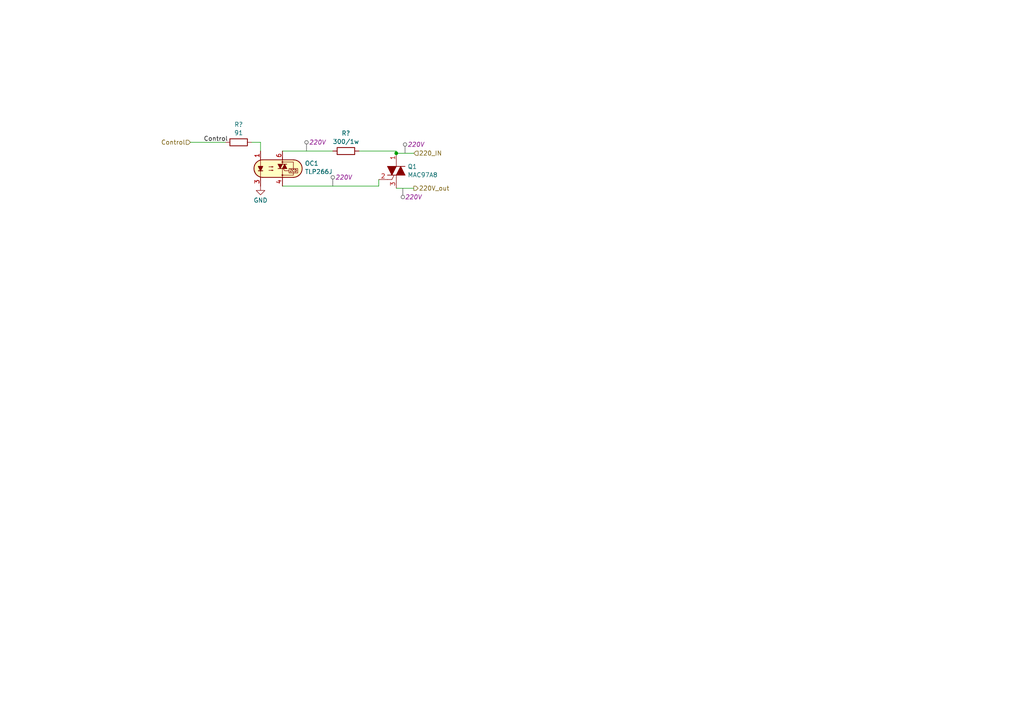
<source format=kicad_sch>
(kicad_sch (version 20230121) (generator eeschema)
  (paper "A4")
  (lib_symbols
    (symbol "Device:R" (pin_numbers hide) (pin_names (offset 0))
      (property "Reference" "R" (at 2.032 0 90))
      (property "Value" "R" (at 0 0 90))
      (symbol "R_0_1"
        (rectangle (start -1.016 -2.54) (end 1.016 2.54) (stroke (width 0.254)))
      )
      (symbol "R_1_1"
        (pin passive line (at 0 3.81 270) (length 1.27) (name "~") (number "1"))
        (pin passive line (at 0 -3.81 90) (length 1.27) (name "~") (number "2"))
      )
    )
    (symbol "Optocoupler_Triac_AKL:TLP266J" (pin_names (offset 1.016))
      (property "Reference" "OC3" (at 7.7471 1.5042 0))
      (property "Value" "TLP266J" (at 7.7471 -0.92 0))
      (symbol "TLP266J_0_0"
        (polyline (pts (xy 4.445 -1.27) (xy 4.445 -1.905) (xy 1.27 -1.905)) (stroke (width 0.1524)))
        (polyline (pts (xy 4.445 0) (xy 4.445 1.905) (xy 1.27 1.905)) (stroke (width 0.1524)))
        (circle (center 1.27 -1.905) (radius 0.1778) (fill (type outline)))
        (circle (center 1.27 1.905) (radius 0.1778) (fill (type outline)))
        (text "ZCD" (at 4.445 -0.635 0) (effects (font (size 0.7 0.7))))
      )
      (symbol "TLP266J_0_1"
        (arc (start -4.4675 2.54) (mid -6.9851 0) (end -4.4675 -2.54) (stroke (width 0.254)))
        (polyline (pts (xy -5.715 -0.635) (xy -4.445 -0.635)) (stroke (width 0.254)))
        (polyline (pts (xy -4.445 2.54) (xy 4.445 2.54)) (stroke (width 0.254)))
        (polyline (pts (xy 1.27 0) (xy 1.27 -2.54)) (stroke (width 0.1524)))
        (polyline (pts (xy 1.27 3.175) (xy 1.27 1.27)) (stroke (width 0.1524)))
        (polyline (pts (xy 1.905 -0.635) (xy 1.524 0)) (stroke (width 0.1524)))
        (polyline (pts (xy 2.54 -0.635) (xy 1.905 -0.635)) (stroke (width 0.1524)))
        (polyline (pts (xy 2.54 -0.635) (xy 3.175 -0.635)) (stroke (width 0.1524)))
        (polyline (pts (xy 4.445 -2.54) (xy -4.445 -2.54)) (stroke (width 0.254)))
        (polyline (pts (xy -5.08 -2.54) (xy -5.08 -1.27) (xy -5.08 2.54)) (stroke (width 0.1524)))
        (polyline (pts (xy -5.08 -0.635) (xy -5.715 0.635) (xy -4.445 0.635) (xy -5.08 -0.635)) (stroke (width 0.254)) (fill (type outline)))
        (polyline (pts (xy -2.667 -0.508) (xy -1.397 -0.508) (xy -1.778 -0.635) (xy -1.778 -0.381) (xy -1.397 -0.508)))
        (polyline (pts (xy -2.667 0.508) (xy -1.397 0.508) (xy -1.778 0.381) (xy -1.778 0.635) (xy -1.397 0.508)))
        (polyline (pts (xy -3.81 2.54) (xy 1.397 2.54) (xy 2.159 2.54) (xy 4.064 2.54) (xy 5.207 2.413) (xy 6.223 1.905) (xy 6.858 0.889) (xy 6.985 0) (xy 6.858 -0.889) (xy 6.35 -1.651) (xy 5.461 -2.286) (xy 4.572 -2.54) (xy -5.08 -2.54) (xy -5.08 -2.54) (xy -5.842 -2.032) (xy -6.35 -1.778) (xy -6.858 -0.508) (xy -6.858 0.254) (xy -6.858 1.016) (xy -6.35 1.778) (xy -5.588 2.286) (xy -4.826 2.54) (xy -3.81 2.54)) (stroke (width 0.01)) (fill (type background)))
        (rectangle (start 3.175 0) (end 5.715 -1.27) (stroke (width 0.1524)))
        (arc (start 4.4675 -2.54) (mid 6.9851 0) (end 4.4675 2.54) (stroke (width 0.254)))
      )
      (symbol "TLP266J_1_1"
        (polyline (pts (xy 0 0) (xy 2.54 0)) (stroke (width 0.2032)))
        (polyline (pts (xy 0 1.27) (xy 2.54 1.27)) (stroke (width 0.2032)))
        (polyline (pts (xy 0 1.27) (xy 0.635 0) (xy 1.27 1.27)) (stroke (width 0.2032)) (fill (type outline)))
        (polyline (pts (xy 1.27 0) (xy 1.905 1.27) (xy 2.54 0)) (stroke (width 0.2032)) (fill (type outline)))
        (pin passive line (at -5.08 5.08 270) (length 2.54) (name "~") (number "1"))
        (pin passive line (at -5.08 -5.08 90) (length 2.54) (name "~") (number "3"))
        (pin passive line (at 1.27 -5.08 90) (length 2.54) (name "~") (number "4"))
        (pin passive line (at 1.27 5.08 270) (length 2.54) (name "~") (number "6"))
      )
    )
    (symbol "PCM_Triac_AKL:MAC97A8" (pin_names (offset 0.002) hide)
      (property "Reference" "Q" (at 3.175 0.635 0))
      (property "Value" "MAC97A8" (at 3.175 -1.27 0))
      (symbol "MAC97A8_0_1"
        (polyline (pts (xy -2.54 -2.54) (xy -1.27 -2.54)) (stroke (width 0.1524)))
        (polyline (pts (xy -2.54 -1.27) (xy 2.54 -1.27)) (stroke (width 0.2032)))
        (polyline (pts (xy -2.54 1.27) (xy 2.54 1.27)) (stroke (width 0.2032)))
        (polyline (pts (xy -1.27 -2.54) (xy -0.635 -1.27)))
        (polyline (pts (xy 0 -2.54) (xy 0 -1.27)) (stroke (width 0.1524)))
        (polyline (pts (xy 0 2.54) (xy 0 1.27)) (stroke (width 0.1524)))
        (polyline (pts (xy -2.54 1.27) (xy -1.27 -1.27) (xy 0 1.27)) (stroke (width 0.2032)) (fill (type outline)))
        (polyline (pts (xy 0 -1.27) (xy 1.27 1.27) (xy 2.54 -1.27)) (stroke (width 0.2032)) (fill (type outline)))
      )
      (symbol "MAC97A8_1_1"
        (pin passive line (at 0 5.08 270) (length 2.54) (name "A2") (number "1"))
        (pin input line (at -5.08 -2.54 0) (length 2.54) (name "G") (number "2"))
        (pin passive line (at 0 -5.08 90) (length 2.54) (name "A1") (number "3"))
      )
    )
    (symbol "power:GND" (power) (pin_names (offset 0))
      (property "Value" "GND" (at 0 -3.81 0))
      (symbol "GND_0_1"
        (polyline (pts (xy 0 0) (xy 0 -1.27) (xy 1.27 -1.27) (xy 0 -2.54) (xy -1.27 -1.27) (xy 0 -1.27)))
      )
      (symbol "GND_1_1"
        (pin power_in line (at 0 0 270) (length 0) hide (name "GND") (number "1"))
      )
    )
  )
  (junction (at 114.935 44.45))
  (wire (pts (xy 81.915 53.975) (xy 109.855 53.975)))
  (wire (pts (xy 114.935 44.45) (xy 120.015 44.45)))
  (wire (pts (xy 81.915 43.815) (xy 96.52 43.815)))
  (wire (pts (xy 55.245 41.275) (xy 65.405 41.275)))
  (wire (pts (xy 73.025 41.275) (xy 75.565 41.275)))
  (wire (pts (xy 104.14 43.815) (xy 114.935 43.815)))
  (wire (pts (xy 109.855 53.975) (xy 109.855 52.07)))
  (wire (pts (xy 120.015 54.61) (xy 114.935 54.61)))
  (wire (pts (xy 75.565 41.275) (xy 75.565 43.815)))
  (wire (pts (xy 114.935 43.815) (xy 114.935 44.45)))
  (label "Control" (at 59.055 41.275 0))
  (hierarchical_label "220_IN" (shape input) (at 120.015 44.45 0))
  (hierarchical_label "Control" (shape input) (at 55.245 41.275 180))
  (hierarchical_label "220V_out" (shape output) (at 120.015 54.61 0))
  (netclass_flag "" (length 2.54) (shape round) (at 117.475 44.45 0) (property "Netclass" "220V" (at 118.1735 41.91 0) (effects (font italic) (justify left))))
  (netclass_flag "" (length 2.54) (shape round) (at 96.52 53.975 0) (property "Netclass" "220V" (at 97.2185 51.435 0) (effects (font italic) (justify left))))
  (netclass_flag "" (length 2.54) (shape round) (at 88.9 43.815 0) (property "Netclass" "220V" (at 89.5985 41.275 0) (effects (font italic) (justify left))))
  (netclass_flag "" (length 2.54) (shape round) (at 116.84 54.61 180) (property "Netclass" "220V" (at 117.4496 57.15 0) (effects (font italic) (justify left))))
  (symbol (lib_id "Optocoupler_Triac_AKL:TLP266J") (at 80.645 48.895 0) (unit 1)
    (property "Reference" "OC1" (at 88.3921 47.3908 0) (effects (justify left)))
    (property "Value" "TLP266J" (at 88.3921 49.815 0) (effects (justify left)))
    (property "Footprint" "Package_SO_AKL:SOIC-4_4.55x3.7mm_P2.54mm" (effects hide))
    (property "Datasheet" "https://www.tme.eu/Document/962aee49991e999c1f68c9d5ec29b780/TLP266J-E-T.pdf" (effects hide))
    (instances (project "uhc-4" (path "" (reference "OC1") (unit 1)) (path "" (reference "OC2") (unit 1)) (path "" (reference "OC3") (unit 1)) (path "" (reference "OC4") (unit 1))))
  )
  (symbol (lib_id "power:GND") (at 75.565 53.975 0) (unit 1)
    (property "Reference" "#PWR05" (effects hide))
    (property "Value" "GND" (at 75.565 58.1081 0))
    (instances (project "uhc-4" (path "" (reference "#PWR05") (unit 1)) (path "" (reference "#PWR07") (unit 1)) (path "" (reference "#PWR08") (unit 1)) (path "" (reference "#PWR09") (unit 1))))
  )
  (symbol (lib_id "Device:R") (at 100.33 43.815 90) (unit 1)
    (property "Reference" "R?" (at 100.33 38.6547 90))
    (property "Value" "300/1w" (at 100.33 41.0789 90))
    (property "Footprint" "Resistor_SMD:R_2512_6332Metric" (effects hide))
    (property "JLCPCBB part #" "C146958" (effects hide))
    (instances (project "uhc-12" (path "" (reference "R?") (unit 1)) (path "" (reference "R1") (unit 1)) (path "" (reference "R2") (unit 1)) (path "" (reference "R3") (unit 1)) (path "" (reference "R4") (unit 1)) (path "" (reference "R5") (unit 1)) (path "" (reference "R6") (unit 1)) (path "" (reference "R12") (unit 1)) (path "" (reference "R10") (unit 1)) (path "" (reference "R9") (unit 1)) (path "" (reference "R8") (unit 1)) (path "" (reference "R7") (unit 1)) (path "" (reference "R11") (unit 1))) (project "uhc-4" (path "" (reference "R2") (unit 1)) (path "" (reference "R4") (unit 1)) (path "" (reference "R6") (unit 1)) (path "" (reference "R8") (unit 1))))
  )
  (symbol (lib_id "Device:R") (at 69.215 41.275 90) (unit 1)
    (property "Reference" "R?" (at 69.215 36.1147 90))
    (property "Value" "91" (at 69.215 38.5389 90))
    (property "Footprint" "Resistor_SMD:R_0805_2012Metric_Pad1.20x1.40mm_HandSolder" (effects hide))
    (instances (project "uhc-12" (path "" (reference "R?") (unit 1)) (path "" (reference "R1") (unit 1)) (path "" (reference "R2") (unit 1)) (path "" (reference "R3") (unit 1)) (path "" (reference "R4") (unit 1)) (path "" (reference "R5") (unit 1)) (path "" (reference "R6") (unit 1)) (path "" (reference "R12") (unit 1)) (path "" (reference "R10") (unit 1)) (path "" (reference "R9") (unit 1)) (path "" (reference "R8") (unit 1)) (path "" (reference "R7") (unit 1)) (path "" (reference "R11") (unit 1))) (project "uhc-4" (path "" (reference "R1") (unit 1)) (path "" (reference "R3") (unit 1)) (path "" (reference "R5") (unit 1)) (path "" (reference "R7") (unit 1))))
  )
  (symbol (lib_id "PCM_Triac_AKL:MAC97A8") (at 114.935 49.53 0) (unit 1)
    (property "Reference" "Q1" (at 118.2116 48.3179 0) (effects (justify left)))
    (property "Value" "MAC97A8" (at 118.2116 50.7421 0) (effects (justify left)))
    (property "Footprint" "Digikey:SOT-23-3" (effects hide))
    (property "Datasheet" "https://www.tme.eu/Document/0b8e830f048783aff2294c8c25c87dcb/MAC97A8.pdf" (effects hide))
    (instances (project "uhc-4" (path "" (reference "Q1") (unit 1)) (path "" (reference "Q2") (unit 1)) (path "" (reference "Q3") (unit 1)) (path "" (reference "Q4") (unit 1))))
  )
)
</source>
